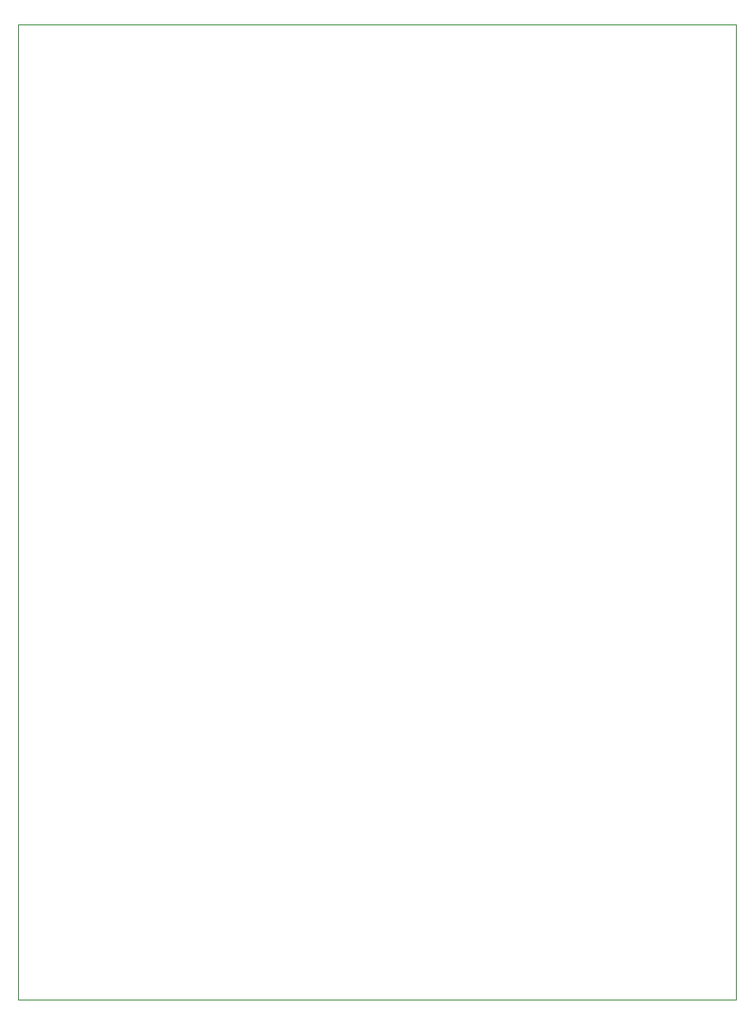
<source format=gm1>
%TF.GenerationSoftware,KiCad,Pcbnew,5.1.6*%
%TF.CreationDate,2020-10-11T16:32:07+02:00*%
%TF.ProjectId,AS3320-VCF,41533333-3230-42d5-9643-462e6b696361,rev?*%
%TF.SameCoordinates,Original*%
%TF.FileFunction,Profile,NP*%
%FSLAX46Y46*%
G04 Gerber Fmt 4.6, Leading zero omitted, Abs format (unit mm)*
G04 Created by KiCad (PCBNEW 5.1.6) date 2020-10-11 16:32:07*
%MOMM*%
%LPD*%
G01*
G04 APERTURE LIST*
%TA.AperFunction,Profile*%
%ADD10C,0.050000*%
%TD*%
G04 APERTURE END LIST*
D10*
X193360000Y-127190000D02*
X193360000Y-35910000D01*
X126140000Y-99230000D02*
X126140000Y-127190500D01*
X126140000Y-35910000D02*
X193360000Y-35910000D01*
X193360000Y-127190500D02*
X126140000Y-127190500D01*
X126140000Y-99230000D02*
X126140000Y-35910000D01*
M02*

</source>
